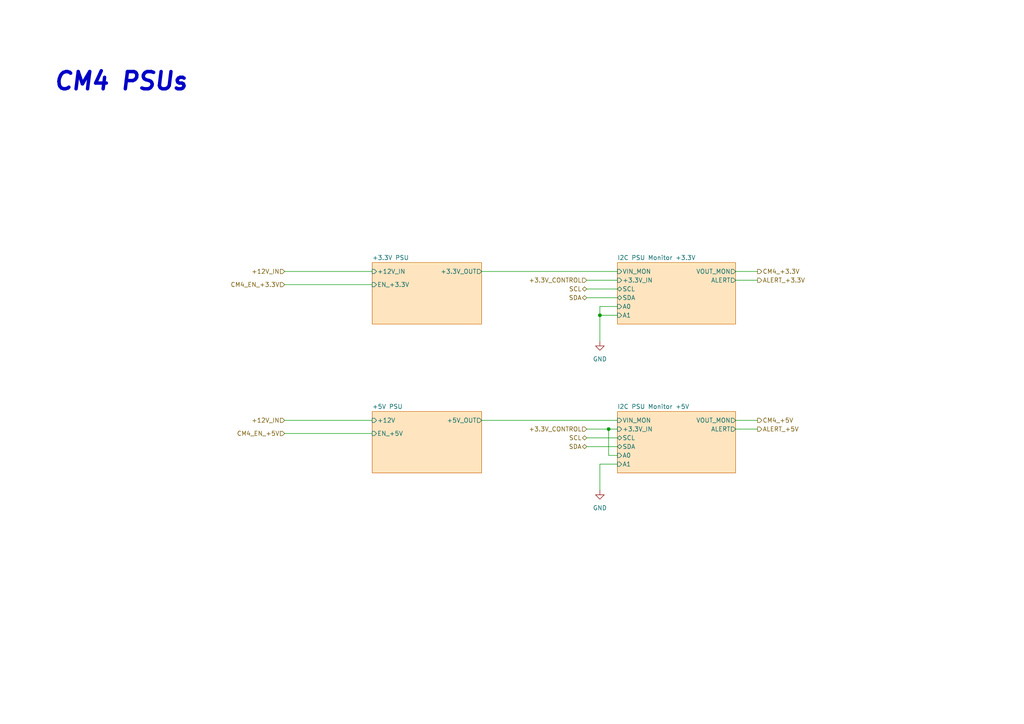
<source format=kicad_sch>
(kicad_sch (version 20211123) (generator eeschema)
  (paper "A4")
  (title_block (title "CM4 PSUs") (date "2021-11-20") (rev "4") (company "Copyright © 2022 Christian Kuhtz") (comment 2 "CERN-OHL-W v2 or later"))
  (lib_symbols
    (symbol "power:GND" (power) (pin_names (offset 0))
      (property "Value" "GND" (at 0 -3.81 0))
      (symbol "GND_0_1"
        (polyline (pts (xy 0 0) (xy 0 -1.27) (xy 1.27 -1.27) (xy 0 -2.54) (xy -1.27 -1.27) (xy 0 -1.27)))
      )
      (symbol "GND_1_1"
        (pin power_in line (at 0 0 270) (length 0) hide (name "GND") (number "1"))
      )
    )
  )
  (junction (at 176.53 124.46))
  (junction (at 173.99 91.44))
  (wire (pts (xy 82.55 125.73) (xy 107.95 125.73)))
  (wire (pts (xy 173.99 134.62) (xy 179.07 134.62)))
  (wire (pts (xy 176.53 132.08) (xy 176.53 124.46)))
  (wire (pts (xy 82.55 78.74) (xy 107.95 78.74)))
  (wire (pts (xy 219.71 124.46) (xy 213.36 124.46)))
  (wire (pts (xy 82.55 121.92) (xy 107.95 121.92)))
  (wire (pts (xy 82.55 82.55) (xy 107.95 82.55)))
  (wire (pts (xy 170.18 81.28) (xy 179.07 81.28)))
  (wire (pts (xy 139.7 121.92) (xy 179.07 121.92)))
  (wire (pts (xy 139.7 78.74) (xy 179.07 78.74)))
  (wire (pts (xy 170.18 129.54) (xy 179.07 129.54)))
  (wire (pts (xy 170.18 83.82) (xy 179.07 83.82)))
  (wire (pts (xy 173.99 134.62) (xy 173.99 142.24)))
  (wire (pts (xy 219.71 121.92) (xy 213.36 121.92)))
  (wire (pts (xy 173.99 91.44) (xy 173.99 99.06)))
  (wire (pts (xy 179.07 88.9) (xy 173.99 88.9)))
  (wire (pts (xy 173.99 88.9) (xy 173.99 91.44)))
  (wire (pts (xy 219.71 78.74) (xy 213.36 78.74)))
  (wire (pts (xy 179.07 132.08) (xy 176.53 132.08)))
  (wire (pts (xy 173.99 91.44) (xy 179.07 91.44)))
  (wire (pts (xy 219.71 81.28) (xy 213.36 81.28)))
  (wire (pts (xy 170.18 127) (xy 179.07 127)))
  (wire (pts (xy 170.18 124.46) (xy 176.53 124.46)))
  (wire (pts (xy 176.53 124.46) (xy 179.07 124.46)))
  (wire (pts (xy 170.18 86.36) (xy 179.07 86.36)))
  (text "CM4 PSUs" (at 15.24 26.67 0) (effects (font (size 5 5) (thickness 1) bold italic) (justify left bottom)))
  (hierarchical_label "SCL" (shape bidirectional) (at 170.18 127 180))
  (hierarchical_label "CM4_EN_+3.3V" (shape input) (at 82.55 82.55 180))
  (hierarchical_label "CM4_EN_+5V" (shape input) (at 82.55 125.73 180))
  (hierarchical_label "SCL" (shape bidirectional) (at 170.18 83.82 180))
  (hierarchical_label "CM4_+3.3V" (shape output) (at 219.71 78.74 0))
  (hierarchical_label "+12V_IN" (shape input) (at 82.55 121.92 180))
  (hierarchical_label "+3.3V_CONTROL" (shape input) (at 170.18 81.28 180))
  (hierarchical_label "CM4_+5V" (shape output) (at 219.71 121.92 0))
  (hierarchical_label "ALERT_+5V" (shape output) (at 219.71 124.46 0))
  (hierarchical_label "SDA" (shape bidirectional) (at 170.18 86.36 180))
  (hierarchical_label "SDA" (shape bidirectional) (at 170.18 129.54 180))
  (hierarchical_label "+3.3V_CONTROL" (shape input) (at 170.18 124.46 180))
  (hierarchical_label "+12V_IN" (shape input) (at 82.55 78.74 180))
  (hierarchical_label "ALERT_+3.3V" (shape output) (at 219.71 81.28 0))
  (symbol (lib_id "power:GND") (at 173.99 99.06 0) (mirror y) (unit 1)
    (property "Reference" "#PWR029" (effects hide))
    (property "Value" "GND" (at 173.99 104.14 0))
  )
  (symbol (lib_id "power:GND") (at 173.99 142.24 0) (mirror y) (unit 1)
    (property "Reference" "#PWR030" (effects hide))
    (property "Value" "GND" (at 173.99 147.32 0))
  )
  (sheet (at 107.95 119.38) (size 31.75 17.78) (stroke (width 0.1524) (color 204 102 0 1)) (fill (color 255 229 191 1.0000))
    (property "Sheet name" "+5V PSU" (at 107.95 118.6684 0) (effects (justify left bottom)))
    (property "Sheet file" "cm4psu5v.kicad_sch" (effects hide))
    (pin "+12V" input (at 107.95 121.92 180))
    (pin "EN_+5V" input (at 107.95 125.73 180))
    (pin "+5V_OUT" output (at 139.7 121.92 0))
  )
  (sheet (at 107.95 76.2) (size 31.75 17.78) (stroke (width 0.1524) (color 204 102 0 1)) (fill (color 255 229 191 1.0000))
    (property "Sheet name" "+3.3V PSU" (at 107.95 75.4884 0) (effects (justify left bottom)))
    (property "Sheet file" "cm4psu3v3.kicad_sch" (effects hide))
    (pin "+12V_IN" input (at 107.95 78.74 180))
    (pin "+3.3V_OUT" output (at 139.7 78.74 0))
    (pin "EN_+3.3V" input (at 107.95 82.55 180))
  )
  (sheet (at 179.07 76.2) (size 34.29 17.78) (stroke (width 0.1524) (color 204 102 0 1)) (fill (color 255 229 191 1.0000))
    (property "Sheet name" "I2C PSU Monitor +3.3V" (at 179.07 75.4884 0) (effects (justify left bottom)))
    (property "Sheet file" "cm4psumon.kicad_sch" (effects hide))
    (pin "VOUT_MON" output (at 213.36 78.74 0))
    (pin "SDA" bidirectional (at 179.07 86.36 180))
    (pin "A0" input (at 179.07 88.9 180))
    (pin "SCL" bidirectional (at 179.07 83.82 180))
    (pin "A1" input (at 179.07 91.44 180))
    (pin "+3.3V_IN" input (at 179.07 81.28 180))
    (pin "ALERT" output (at 213.36 81.28 0))
    (pin "VIN_MON" input (at 179.07 78.74 180))
  )
  (sheet (at 179.07 119.38) (size 34.29 17.78) (stroke (width 0.1524) (color 204 102 0 1)) (fill (color 255 229 191 1.0000))
    (property "Sheet name" "I2C PSU Monitor +5V" (at 179.07 118.6684 0) (effects (justify left bottom)))
    (property "Sheet file" "cm4psumon.kicad_sch" (effects hide))
    (pin "VOUT_MON" output (at 213.36 121.92 0))
    (pin "SDA" bidirectional (at 179.07 129.54 180))
    (pin "A0" input (at 179.07 132.08 180))
    (pin "SCL" bidirectional (at 179.07 127 180))
    (pin "A1" input (at 179.07 134.62 180))
    (pin "+3.3V_IN" input (at 179.07 124.46 180))
    (pin "ALERT" output (at 213.36 124.46 0))
    (pin "VIN_MON" input (at 179.07 121.92 180))
  )
)
</source>
